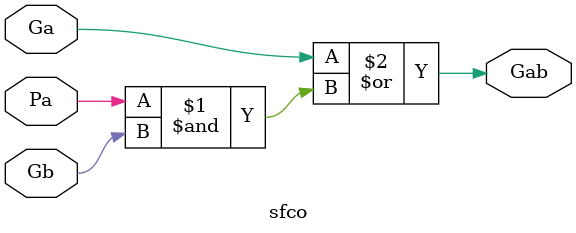
<source format=v>


	module adder (X,Y,S,cout);
	
		input [5:0] X;
		input [5:0] Y;
		output [5:0] S;
		output cout;
		
		wire [5:0] Gii;
		wire [5:0] Pii;
		wire [5:0] Hii;
		wire G10, P10, G32, P32, G54, P54, G30, G50, G40, G20;
		
		// Blok wytwarzania bitowy funkcji g, p ,h
		gph GPH0 (X[0], Y[0], Gii[0], Pii[0], Hii[0]);
		gph GPH1 (X[1], Y[1], Gii[1], Pii[1], Hii[1]);
		gph GPH2 (X[2], Y[2], Gii[2], Pii[2], Hii[2]);
		gph GPH3 (X[3], Y[3], Gii[3], Pii[3], Hii[3]);
		gph GPH4 (X[4], Y[4], Gii[4], Pii[4], Hii[4]);
		gph GPH5 (X[5], Y[5], Gii[5], Pii[5], Hii[5]);
		
		// Blok GP
		// 1 poziom sieci prefiksowej
		sfco G10x (Gii[1], Pii[1], Gii[0], G10);
		fco  GP32 (Gii[3], Pii[3], Gii[2], Pii[2], G32, P32);
		fco  GP54 (Gii[5], Pii[5], Gii[4], Pii[4], G54, P54);
		// 2 piziom sieci prefiksowej
		sfco G30x (G32, P32, G10, G30);
		// 3 poziom sieci prefiksowej
		sfco G50x (G54, P54, G30, G50);
		// 4 poziom sieci prefiksowej
		sfco G20x (Gii[2], Pii[2], G10, G20);
		sfco G40x (Gii[4], Pii[4], G30, G40);
		
		// Blok wytwarzania sum bitowych s
		assign S[0] = Hii[0];
		assign S[1] = Hii[1] ^ Gii[0];
		assign S[2] = Hii[2] ^ G10;
		assign S[3] = Hii[3] ^ G20;
		assign S[4] = Hii[4] ^ G30;
		assign S[5] = Hii[5] ^ G40;
		assign cout = G50;

	endmodule

	module fco ( Ga, Pa, Gb, Pb, Gab, Pab); 
		
		input Ga, Pa, Gb, Pb;
		output Gab, Pab;
		
		assign Gab = Ga | (Pa & Gb);
		assign Pab = Pa & Pb;
	
    endmodule
    
    	module gph (x, y, G, P, H);
		
		input x, y;
		output G, P, H;
		
		assign G = x & y;
		assign P = x | y;
		assign H = x ^ y;

	endmodule

	module sfco ( Ga, Pa, Gb, Gab); 
		
		input Ga, Pa, Gb;
		output Gab;
		
		assign Gab = Ga | (Pa & Gb);
	
    endmodule
	
	
	


</source>
